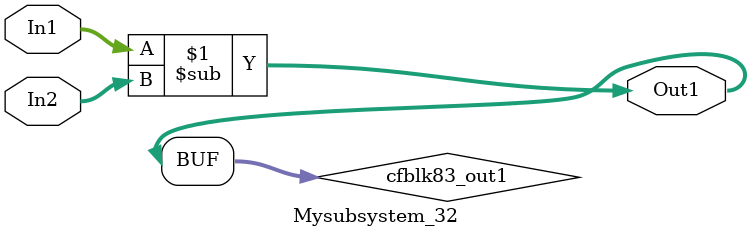
<source format=v>



`timescale 1 ns / 1 ns

module Mysubsystem_32
          (In1,
           In2,
           Out1);


  input   [7:0] In1;  // uint8
  input   [7:0] In2;  // uint8
  output  [7:0] Out1;  // uint8


  wire [7:0] cfblk83_out1;  // uint8


  assign cfblk83_out1 = In1 - In2;



  assign Out1 = cfblk83_out1;

endmodule  // Mysubsystem_32


</source>
